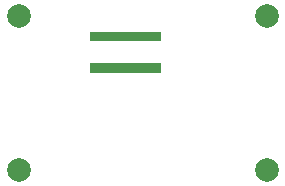
<source format=gbr>
%TF.GenerationSoftware,KiCad,Pcbnew,9.0.0*%
%TF.CreationDate,2025-03-16T17:44:07+09:00*%
%TF.ProjectId,imx219_mipi24,696d7832-3139-45f6-9d69-706932342e6b,rev?*%
%TF.SameCoordinates,Original*%
%TF.FileFunction,Soldermask,Top*%
%TF.FilePolarity,Negative*%
%FSLAX46Y46*%
G04 Gerber Fmt 4.6, Leading zero omitted, Abs format (unit mm)*
G04 Created by KiCad (PCBNEW 9.0.0) date 2025-03-16 17:44:07*
%MOMM*%
%LPD*%
G01*
G04 APERTURE LIST*
%ADD10C,0.010000*%
%ADD11C,2.000000*%
G04 APERTURE END LIST*
D10*
%TO.C,J1*%
X145865000Y-91540000D02*
X145535000Y-91540000D01*
X145535000Y-90810000D01*
X145865000Y-90810000D01*
X145865000Y-91540000D01*
G36*
X145865000Y-91540000D02*
G01*
X145535000Y-91540000D01*
X145535000Y-90810000D01*
X145865000Y-90810000D01*
X145865000Y-91540000D01*
G37*
X145865000Y-94190000D02*
X145535000Y-94190000D01*
X145535000Y-93460000D01*
X145865000Y-93460000D01*
X145865000Y-94190000D01*
G36*
X145865000Y-94190000D02*
G01*
X145535000Y-94190000D01*
X145535000Y-93460000D01*
X145865000Y-93460000D01*
X145865000Y-94190000D01*
G37*
X146265000Y-91540000D02*
X145935000Y-91540000D01*
X145935000Y-90810000D01*
X146265000Y-90810000D01*
X146265000Y-91540000D01*
G36*
X146265000Y-91540000D02*
G01*
X145935000Y-91540000D01*
X145935000Y-90810000D01*
X146265000Y-90810000D01*
X146265000Y-91540000D01*
G37*
X146265000Y-94190000D02*
X145935000Y-94190000D01*
X145935000Y-93460000D01*
X146265000Y-93460000D01*
X146265000Y-94190000D01*
G36*
X146265000Y-94190000D02*
G01*
X145935000Y-94190000D01*
X145935000Y-93460000D01*
X146265000Y-93460000D01*
X146265000Y-94190000D01*
G37*
X146665000Y-91540000D02*
X146335000Y-91540000D01*
X146335000Y-90810000D01*
X146665000Y-90810000D01*
X146665000Y-91540000D01*
G36*
X146665000Y-91540000D02*
G01*
X146335000Y-91540000D01*
X146335000Y-90810000D01*
X146665000Y-90810000D01*
X146665000Y-91540000D01*
G37*
X146665000Y-94190000D02*
X146335000Y-94190000D01*
X146335000Y-93460000D01*
X146665000Y-93460000D01*
X146665000Y-94190000D01*
G36*
X146665000Y-94190000D02*
G01*
X146335000Y-94190000D01*
X146335000Y-93460000D01*
X146665000Y-93460000D01*
X146665000Y-94190000D01*
G37*
X147065000Y-91540000D02*
X146735000Y-91540000D01*
X146735000Y-90810000D01*
X147065000Y-90810000D01*
X147065000Y-91540000D01*
G36*
X147065000Y-91540000D02*
G01*
X146735000Y-91540000D01*
X146735000Y-90810000D01*
X147065000Y-90810000D01*
X147065000Y-91540000D01*
G37*
X147065000Y-94190000D02*
X146735000Y-94190000D01*
X146735000Y-93460000D01*
X147065000Y-93460000D01*
X147065000Y-94190000D01*
G36*
X147065000Y-94190000D02*
G01*
X146735000Y-94190000D01*
X146735000Y-93460000D01*
X147065000Y-93460000D01*
X147065000Y-94190000D01*
G37*
X147465000Y-91540000D02*
X147135000Y-91540000D01*
X147135000Y-90810000D01*
X147465000Y-90810000D01*
X147465000Y-91540000D01*
G36*
X147465000Y-91540000D02*
G01*
X147135000Y-91540000D01*
X147135000Y-90810000D01*
X147465000Y-90810000D01*
X147465000Y-91540000D01*
G37*
X147465000Y-94190000D02*
X147135000Y-94190000D01*
X147135000Y-93460000D01*
X147465000Y-93460000D01*
X147465000Y-94190000D01*
G36*
X147465000Y-94190000D02*
G01*
X147135000Y-94190000D01*
X147135000Y-93460000D01*
X147465000Y-93460000D01*
X147465000Y-94190000D01*
G37*
X147865000Y-91540000D02*
X147535000Y-91540000D01*
X147535000Y-90810000D01*
X147865000Y-90810000D01*
X147865000Y-91540000D01*
G36*
X147865000Y-91540000D02*
G01*
X147535000Y-91540000D01*
X147535000Y-90810000D01*
X147865000Y-90810000D01*
X147865000Y-91540000D01*
G37*
X147865000Y-94190000D02*
X147535000Y-94190000D01*
X147535000Y-93460000D01*
X147865000Y-93460000D01*
X147865000Y-94190000D01*
G36*
X147865000Y-94190000D02*
G01*
X147535000Y-94190000D01*
X147535000Y-93460000D01*
X147865000Y-93460000D01*
X147865000Y-94190000D01*
G37*
X148265000Y-91540000D02*
X147935000Y-91540000D01*
X147935000Y-90810000D01*
X148265000Y-90810000D01*
X148265000Y-91540000D01*
G36*
X148265000Y-91540000D02*
G01*
X147935000Y-91540000D01*
X147935000Y-90810000D01*
X148265000Y-90810000D01*
X148265000Y-91540000D01*
G37*
X148265000Y-94190000D02*
X147935000Y-94190000D01*
X147935000Y-93460000D01*
X148265000Y-93460000D01*
X148265000Y-94190000D01*
G36*
X148265000Y-94190000D02*
G01*
X147935000Y-94190000D01*
X147935000Y-93460000D01*
X148265000Y-93460000D01*
X148265000Y-94190000D01*
G37*
X148665000Y-91540000D02*
X148335000Y-91540000D01*
X148335000Y-90810000D01*
X148665000Y-90810000D01*
X148665000Y-91540000D01*
G36*
X148665000Y-91540000D02*
G01*
X148335000Y-91540000D01*
X148335000Y-90810000D01*
X148665000Y-90810000D01*
X148665000Y-91540000D01*
G37*
X148665000Y-94190000D02*
X148335000Y-94190000D01*
X148335000Y-93460000D01*
X148665000Y-93460000D01*
X148665000Y-94190000D01*
G36*
X148665000Y-94190000D02*
G01*
X148335000Y-94190000D01*
X148335000Y-93460000D01*
X148665000Y-93460000D01*
X148665000Y-94190000D01*
G37*
X149065000Y-91540000D02*
X148735000Y-91540000D01*
X148735000Y-90810000D01*
X149065000Y-90810000D01*
X149065000Y-91540000D01*
G36*
X149065000Y-91540000D02*
G01*
X148735000Y-91540000D01*
X148735000Y-90810000D01*
X149065000Y-90810000D01*
X149065000Y-91540000D01*
G37*
X149065000Y-94190000D02*
X148735000Y-94190000D01*
X148735000Y-93460000D01*
X149065000Y-93460000D01*
X149065000Y-94190000D01*
G36*
X149065000Y-94190000D02*
G01*
X148735000Y-94190000D01*
X148735000Y-93460000D01*
X149065000Y-93460000D01*
X149065000Y-94190000D01*
G37*
X149465000Y-91540000D02*
X149135000Y-91540000D01*
X149135000Y-90810000D01*
X149465000Y-90810000D01*
X149465000Y-91540000D01*
G36*
X149465000Y-91540000D02*
G01*
X149135000Y-91540000D01*
X149135000Y-90810000D01*
X149465000Y-90810000D01*
X149465000Y-91540000D01*
G37*
X149465000Y-94190000D02*
X149135000Y-94190000D01*
X149135000Y-93460000D01*
X149465000Y-93460000D01*
X149465000Y-94190000D01*
G36*
X149465000Y-94190000D02*
G01*
X149135000Y-94190000D01*
X149135000Y-93460000D01*
X149465000Y-93460000D01*
X149465000Y-94190000D01*
G37*
X149865000Y-91540000D02*
X149535000Y-91540000D01*
X149535000Y-90810000D01*
X149865000Y-90810000D01*
X149865000Y-91540000D01*
G36*
X149865000Y-91540000D02*
G01*
X149535000Y-91540000D01*
X149535000Y-90810000D01*
X149865000Y-90810000D01*
X149865000Y-91540000D01*
G37*
X149865000Y-94190000D02*
X149535000Y-94190000D01*
X149535000Y-93460000D01*
X149865000Y-93460000D01*
X149865000Y-94190000D01*
G36*
X149865000Y-94190000D02*
G01*
X149535000Y-94190000D01*
X149535000Y-93460000D01*
X149865000Y-93460000D01*
X149865000Y-94190000D01*
G37*
X150265000Y-91540000D02*
X149935000Y-91540000D01*
X149935000Y-90810000D01*
X150265000Y-90810000D01*
X150265000Y-91540000D01*
G36*
X150265000Y-91540000D02*
G01*
X149935000Y-91540000D01*
X149935000Y-90810000D01*
X150265000Y-90810000D01*
X150265000Y-91540000D01*
G37*
X150265000Y-94190000D02*
X149935000Y-94190000D01*
X149935000Y-93460000D01*
X150265000Y-93460000D01*
X150265000Y-94190000D01*
G36*
X150265000Y-94190000D02*
G01*
X149935000Y-94190000D01*
X149935000Y-93460000D01*
X150265000Y-93460000D01*
X150265000Y-94190000D01*
G37*
X150665000Y-91540000D02*
X150335000Y-91540000D01*
X150335000Y-90810000D01*
X150665000Y-90810000D01*
X150665000Y-91540000D01*
G36*
X150665000Y-91540000D02*
G01*
X150335000Y-91540000D01*
X150335000Y-90810000D01*
X150665000Y-90810000D01*
X150665000Y-91540000D01*
G37*
X150665000Y-94190000D02*
X150335000Y-94190000D01*
X150335000Y-93460000D01*
X150665000Y-93460000D01*
X150665000Y-94190000D01*
G36*
X150665000Y-94190000D02*
G01*
X150335000Y-94190000D01*
X150335000Y-93460000D01*
X150665000Y-93460000D01*
X150665000Y-94190000D01*
G37*
X151065000Y-91540000D02*
X150735000Y-91540000D01*
X150735000Y-90810000D01*
X151065000Y-90810000D01*
X151065000Y-91540000D01*
G36*
X151065000Y-91540000D02*
G01*
X150735000Y-91540000D01*
X150735000Y-90810000D01*
X151065000Y-90810000D01*
X151065000Y-91540000D01*
G37*
X151065000Y-94190000D02*
X150735000Y-94190000D01*
X150735000Y-93460000D01*
X151065000Y-93460000D01*
X151065000Y-94190000D01*
G36*
X151065000Y-94190000D02*
G01*
X150735000Y-94190000D01*
X150735000Y-93460000D01*
X151065000Y-93460000D01*
X151065000Y-94190000D01*
G37*
X151465000Y-91540000D02*
X151135000Y-91540000D01*
X151135000Y-90810000D01*
X151465000Y-90810000D01*
X151465000Y-91540000D01*
G36*
X151465000Y-91540000D02*
G01*
X151135000Y-91540000D01*
X151135000Y-90810000D01*
X151465000Y-90810000D01*
X151465000Y-91540000D01*
G37*
X151465000Y-94190000D02*
X151135000Y-94190000D01*
X151135000Y-93460000D01*
X151465000Y-93460000D01*
X151465000Y-94190000D01*
G36*
X151465000Y-94190000D02*
G01*
X151135000Y-94190000D01*
X151135000Y-93460000D01*
X151465000Y-93460000D01*
X151465000Y-94190000D01*
G37*
%TD*%
D11*
%TO.C,*%
X160500000Y-102500000D03*
%TD*%
%TO.C,*%
X160500000Y-89500000D03*
%TD*%
%TO.C,REF\u002A\u002A*%
X139500000Y-89500000D03*
%TD*%
%TO.C,*%
X139500000Y-102500000D03*
%TD*%
M02*

</source>
